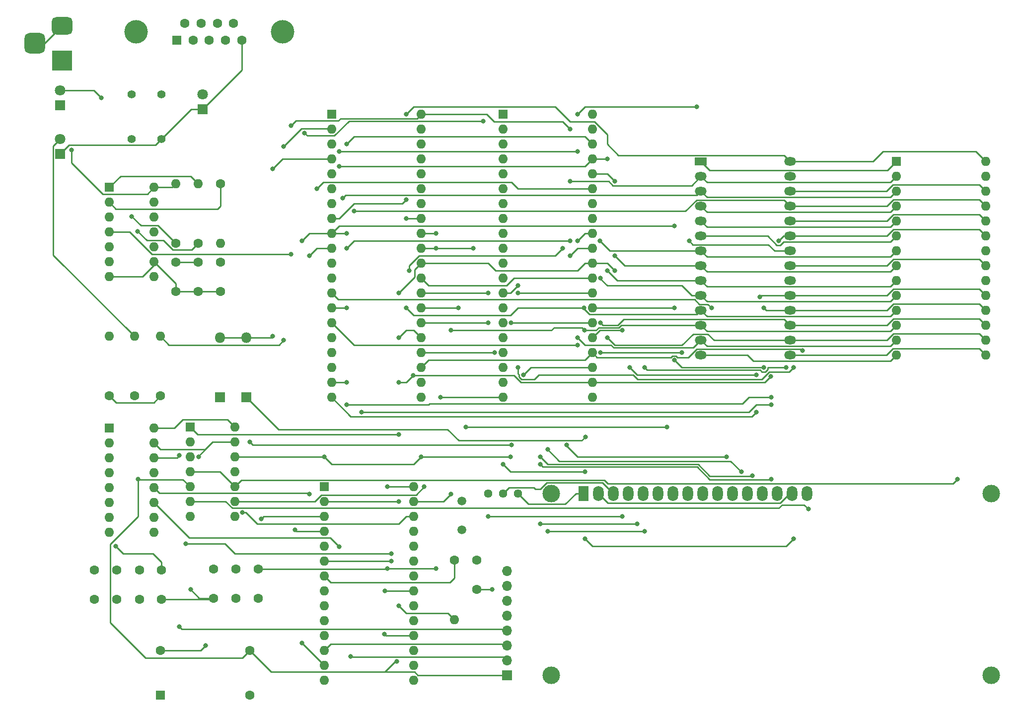
<source format=gbr>
G04 #@! TF.GenerationSoftware,KiCad,Pcbnew,(6.0.10-0)*
G04 #@! TF.CreationDate,2024-08-18T13:22:17-04:00*
G04 #@! TF.ProjectId,6502_wozmon,36353032-5f77-46f7-9a6d-6f6e2e6b6963,rev?*
G04 #@! TF.SameCoordinates,Original*
G04 #@! TF.FileFunction,Copper,L2,Bot*
G04 #@! TF.FilePolarity,Positive*
%FSLAX46Y46*%
G04 Gerber Fmt 4.6, Leading zero omitted, Abs format (unit mm)*
G04 Created by KiCad (PCBNEW (6.0.10-0)) date 2024-08-18 13:22:17*
%MOMM*%
%LPD*%
G01*
G04 APERTURE LIST*
G04 Aperture macros list*
%AMRoundRect*
0 Rectangle with rounded corners*
0 $1 Rounding radius*
0 $2 $3 $4 $5 $6 $7 $8 $9 X,Y pos of 4 corners*
0 Add a 4 corners polygon primitive as box body*
4,1,4,$2,$3,$4,$5,$6,$7,$8,$9,$2,$3,0*
0 Add four circle primitives for the rounded corners*
1,1,$1+$1,$2,$3*
1,1,$1+$1,$4,$5*
1,1,$1+$1,$6,$7*
1,1,$1+$1,$8,$9*
0 Add four rect primitives between the rounded corners*
20,1,$1+$1,$2,$3,$4,$5,0*
20,1,$1+$1,$4,$5,$6,$7,0*
20,1,$1+$1,$6,$7,$8,$9,0*
20,1,$1+$1,$8,$9,$2,$3,0*%
G04 Aperture macros list end*
G04 #@! TA.AperFunction,ComponentPad*
%ADD10C,1.600000*%
G04 #@! TD*
G04 #@! TA.AperFunction,ComponentPad*
%ADD11R,1.600000X1.600000*%
G04 #@! TD*
G04 #@! TA.AperFunction,ComponentPad*
%ADD12O,1.600000X1.600000*%
G04 #@! TD*
G04 #@! TA.AperFunction,ComponentPad*
%ADD13C,3.000000*%
G04 #@! TD*
G04 #@! TA.AperFunction,ComponentPad*
%ADD14R,1.800000X2.600000*%
G04 #@! TD*
G04 #@! TA.AperFunction,ComponentPad*
%ADD15O,1.800000X2.600000*%
G04 #@! TD*
G04 #@! TA.AperFunction,ComponentPad*
%ADD16C,4.000000*%
G04 #@! TD*
G04 #@! TA.AperFunction,ComponentPad*
%ADD17R,1.800000X1.800000*%
G04 #@! TD*
G04 #@! TA.AperFunction,ComponentPad*
%ADD18O,1.800000X1.800000*%
G04 #@! TD*
G04 #@! TA.AperFunction,ComponentPad*
%ADD19R,3.500000X3.500000*%
G04 #@! TD*
G04 #@! TA.AperFunction,ComponentPad*
%ADD20RoundRect,0.750000X-1.000000X0.750000X-1.000000X-0.750000X1.000000X-0.750000X1.000000X0.750000X0*%
G04 #@! TD*
G04 #@! TA.AperFunction,ComponentPad*
%ADD21RoundRect,0.875000X-0.875000X0.875000X-0.875000X-0.875000X0.875000X-0.875000X0.875000X0.875000X0*%
G04 #@! TD*
G04 #@! TA.AperFunction,ComponentPad*
%ADD22C,1.800000*%
G04 #@! TD*
G04 #@! TA.AperFunction,ComponentPad*
%ADD23C,1.500000*%
G04 #@! TD*
G04 #@! TA.AperFunction,ComponentPad*
%ADD24C,1.397000*%
G04 #@! TD*
G04 #@! TA.AperFunction,ComponentPad*
%ADD25R,1.700000X1.700000*%
G04 #@! TD*
G04 #@! TA.AperFunction,ComponentPad*
%ADD26O,1.700000X1.700000*%
G04 #@! TD*
G04 #@! TA.AperFunction,ComponentPad*
%ADD27R,2.000000X1.440000*%
G04 #@! TD*
G04 #@! TA.AperFunction,ComponentPad*
%ADD28O,2.000000X1.440000*%
G04 #@! TD*
G04 #@! TA.AperFunction,ComponentPad*
%ADD29C,1.440000*%
G04 #@! TD*
G04 #@! TA.AperFunction,ViaPad*
%ADD30C,0.800000*%
G04 #@! TD*
G04 #@! TA.AperFunction,Conductor*
%ADD31C,0.250000*%
G04 #@! TD*
G04 APERTURE END LIST*
D10*
G04 #@! TO.P,C9,1*
G04 #@! TO.N,Net-(C9-Pad1)*
X50257500Y-111585000D03*
G04 #@! TO.P,C9,2*
G04 #@! TO.N,GND*
X50257500Y-116585000D03*
G04 #@! TD*
D11*
G04 #@! TO.P,U3,1,A14*
G04 #@! TO.N,A14*
X175541666Y-41925000D03*
D12*
G04 #@! TO.P,U3,2,A12*
G04 #@! TO.N,A12*
X175541666Y-44465000D03*
G04 #@! TO.P,U3,3,A7*
G04 #@! TO.N,A7*
X175541666Y-47005000D03*
G04 #@! TO.P,U3,4,A6*
G04 #@! TO.N,A6*
X175541666Y-49545000D03*
G04 #@! TO.P,U3,5,A5*
G04 #@! TO.N,A5*
X175541666Y-52085000D03*
G04 #@! TO.P,U3,6,A4*
G04 #@! TO.N,A4*
X175541666Y-54625000D03*
G04 #@! TO.P,U3,7,A3*
G04 #@! TO.N,A3*
X175541666Y-57165000D03*
G04 #@! TO.P,U3,8,A2*
G04 #@! TO.N,A2*
X175541666Y-59705000D03*
G04 #@! TO.P,U3,9,A1*
G04 #@! TO.N,A1*
X175541666Y-62245000D03*
G04 #@! TO.P,U3,10,A0*
G04 #@! TO.N,A0*
X175541666Y-64785000D03*
G04 #@! TO.P,U3,11,D0*
G04 #@! TO.N,D0*
X175541666Y-67325000D03*
G04 #@! TO.P,U3,12,D1*
G04 #@! TO.N,D1*
X175541666Y-69865000D03*
G04 #@! TO.P,U3,13,D2*
G04 #@! TO.N,D2*
X175541666Y-72405000D03*
G04 #@! TO.P,U3,14,GND*
G04 #@! TO.N,GND*
X175541666Y-74945000D03*
G04 #@! TO.P,U3,15,D3*
G04 #@! TO.N,D3*
X190781666Y-74945000D03*
G04 #@! TO.P,U3,16,D4*
G04 #@! TO.N,D4*
X190781666Y-72405000D03*
G04 #@! TO.P,U3,17,D5*
G04 #@! TO.N,D5*
X190781666Y-69865000D03*
G04 #@! TO.P,U3,18,D6*
G04 #@! TO.N,D6*
X190781666Y-67325000D03*
G04 #@! TO.P,U3,19,D7*
G04 #@! TO.N,D7*
X190781666Y-64785000D03*
G04 #@! TO.P,U3,20,~{CS}*
G04 #@! TO.N,A15\u002A*
X190781666Y-62245000D03*
G04 #@! TO.P,U3,21,A10*
G04 #@! TO.N,A10*
X190781666Y-59705000D03*
G04 #@! TO.P,U3,22,~{OE}*
G04 #@! TO.N,GND*
X190781666Y-57165000D03*
G04 #@! TO.P,U3,23,A11*
G04 #@! TO.N,A11*
X190781666Y-54625000D03*
G04 #@! TO.P,U3,24,A9*
G04 #@! TO.N,A9*
X190781666Y-52085000D03*
G04 #@! TO.P,U3,25,A8*
G04 #@! TO.N,A8*
X190781666Y-49545000D03*
G04 #@! TO.P,U3,26,A13*
G04 #@! TO.N,A13*
X190781666Y-47005000D03*
G04 #@! TO.P,U3,27,~{WE}*
G04 #@! TO.N,VCC*
X190781666Y-44465000D03*
G04 #@! TO.P,U3,28,VCC*
X190781666Y-41925000D03*
G04 #@! TD*
D10*
G04 #@! TO.P,C6,1*
G04 #@! TO.N,Net-(C6-Pad1)*
X38827500Y-111585000D03*
G04 #@! TO.P,C6,2*
G04 #@! TO.N,Net-(C6-Pad2)*
X38827500Y-116585000D03*
G04 #@! TD*
D13*
G04 #@! TO.P,U8,*
G04 #@! TO.N,*
X191712500Y-98542500D03*
X191711980Y-129543200D03*
X116713400Y-129543200D03*
X116713400Y-98542500D03*
D14*
G04 #@! TO.P,U8,1,VSS*
G04 #@! TO.N,GND*
X122212500Y-98542500D03*
D15*
G04 #@! TO.P,U8,2,VDD*
G04 #@! TO.N,VCC*
X124752500Y-98542500D03*
G04 #@! TO.P,U8,3,VO*
G04 #@! TO.N,Net-(RV1-Pad2)*
X127292500Y-98542500D03*
G04 #@! TO.P,U8,4,RS*
G04 #@! TO.N,Net-(U7-Pad14)*
X129832500Y-98542500D03*
G04 #@! TO.P,U8,5,R/W*
G04 #@! TO.N,Net-(U7-Pad15)*
X132372500Y-98542500D03*
G04 #@! TO.P,U8,6,E*
G04 #@! TO.N,Net-(U7-Pad16)*
X134912500Y-98542500D03*
G04 #@! TO.P,U8,7,D0*
G04 #@! TO.N,unconnected-(U8-Pad7)*
X137452500Y-98542500D03*
G04 #@! TO.P,U8,8,D1*
G04 #@! TO.N,unconnected-(U8-Pad8)*
X139992500Y-98542500D03*
G04 #@! TO.P,U8,9,D2*
G04 #@! TO.N,unconnected-(U8-Pad9)*
X142532500Y-98542500D03*
G04 #@! TO.P,U8,10,D3*
G04 #@! TO.N,unconnected-(U8-Pad10)*
X145072500Y-98542500D03*
G04 #@! TO.P,U8,11,D4*
G04 #@! TO.N,Net-(U7-Pad10)*
X147612500Y-98542500D03*
G04 #@! TO.P,U8,12,D5*
G04 #@! TO.N,Net-(U7-Pad11)*
X150152500Y-98542500D03*
G04 #@! TO.P,U8,13,D6*
G04 #@! TO.N,Net-(U7-Pad12)*
X152692500Y-98542500D03*
G04 #@! TO.P,U8,14,D7*
G04 #@! TO.N,Net-(U7-Pad13)*
X155232500Y-98542500D03*
G04 #@! TO.P,U8,15,LED(+)*
G04 #@! TO.N,VCC*
X157772500Y-98542500D03*
G04 #@! TO.P,U8,16,LED(-)*
G04 #@! TO.N,GND*
X160312500Y-98542500D03*
G04 #@! TD*
D16*
G04 #@! TO.P,J2,0*
G04 #@! TO.N,N/C*
X70910000Y-19810331D03*
X45910000Y-19810331D03*
D11*
G04 #@! TO.P,J2,1,1*
G04 #@! TO.N,unconnected-(J2-Pad1)*
X52870000Y-21230331D03*
D10*
G04 #@! TO.P,J2,2,2*
G04 #@! TO.N,RXD*
X55640000Y-21230331D03*
G04 #@! TO.P,J2,3,3*
G04 #@! TO.N,TXD*
X58410000Y-21230331D03*
G04 #@! TO.P,J2,4,4*
G04 #@! TO.N,unconnected-(J2-Pad4)*
X61180000Y-21230331D03*
G04 #@! TO.P,J2,5,5*
G04 #@! TO.N,GND*
X63950000Y-21230331D03*
G04 #@! TO.P,J2,6,6*
G04 #@! TO.N,unconnected-(J2-Pad6)*
X54255000Y-18390331D03*
G04 #@! TO.P,J2,7,7*
G04 #@! TO.N,unconnected-(J2-Pad7)*
X57025000Y-18390331D03*
G04 #@! TO.P,J2,8,8*
G04 #@! TO.N,unconnected-(J2-Pad8)*
X59795000Y-18390331D03*
G04 #@! TO.P,J2,9,9*
G04 #@! TO.N,unconnected-(J2-Pad9)*
X62565000Y-18390331D03*
G04 #@! TD*
D17*
G04 #@! TO.P,D1,1,K*
G04 #@! TO.N,Net-(D1-Pad1)*
X60232500Y-82150000D03*
D18*
G04 #@! TO.P,D1,2,A*
G04 #@! TO.N,IRQ\u002A*
X60232500Y-71990000D03*
G04 #@! TD*
D10*
G04 #@! TO.P,C10,1*
G04 #@! TO.N,VCC*
X56515000Y-59095000D03*
G04 #@! TO.P,C10,2*
G04 #@! TO.N,GND*
X56515000Y-64095000D03*
G04 #@! TD*
G04 #@! TO.P,C8,1*
G04 #@! TO.N,GND*
X46487500Y-116625000D03*
G04 #@! TO.P,C8,2*
G04 #@! TO.N,Net-(C8-Pad2)*
X46487500Y-111625000D03*
G04 #@! TD*
D19*
G04 #@! TO.P,J1,1*
G04 #@! TO.N,VCC*
X33342500Y-24765000D03*
D20*
G04 #@! TO.P,J1,2*
G04 #@! TO.N,GND*
X33342500Y-18765000D03*
D21*
G04 #@! TO.P,J1,3*
X28642500Y-21765000D03*
G04 #@! TD*
D17*
G04 #@! TO.P,D3,1,K*
G04 #@! TO.N,GND*
X57257110Y-33025000D03*
D22*
G04 #@! TO.P,D3,2,A*
G04 #@! TO.N,Net-(D3-Pad2)*
X57257110Y-30485000D03*
G04 #@! TD*
D11*
G04 #@! TO.P,U4,1,VSS*
G04 #@! TO.N,GND*
X78007500Y-97375000D03*
D12*
G04 #@! TO.P,U4,2,CS1*
G04 #@! TO.N,A12*
X78007500Y-99915000D03*
G04 #@! TO.P,U4,3,~{CS2}*
G04 #@! TO.N,Net-(U1-Pad8)*
X78007500Y-102455000D03*
G04 #@! TO.P,U4,4,~{RES}*
G04 #@! TO.N,RESET\u002A*
X78007500Y-104995000D03*
G04 #@! TO.P,U4,5,RxC*
G04 #@! TO.N,unconnected-(U4-Pad5)*
X78007500Y-107535000D03*
G04 #@! TO.P,U4,6,XTAL1*
G04 #@! TO.N,Net-(C5-Pad1)*
X78007500Y-110075000D03*
G04 #@! TO.P,U4,7,XTAL2*
G04 #@! TO.N,XTAL*
X78007500Y-112615000D03*
G04 #@! TO.P,U4,8,~{RTS}*
G04 #@! TO.N,unconnected-(U4-Pad8)*
X78007500Y-115155000D03*
G04 #@! TO.P,U4,9,~{CTS}*
G04 #@! TO.N,unconnected-(U4-Pad9)*
X78007500Y-117695000D03*
G04 #@! TO.P,U4,10,TxD*
G04 #@! TO.N,Net-(U4-Pad10)*
X78007500Y-120235000D03*
G04 #@! TO.P,U4,11,~{DTR}*
G04 #@! TO.N,unconnected-(U4-Pad11)*
X78007500Y-122775000D03*
G04 #@! TO.P,U4,12,RxD*
G04 #@! TO.N,MAX232_12*
X78007500Y-125315000D03*
G04 #@! TO.P,U4,13,RS0*
G04 #@! TO.N,A0*
X78007500Y-127855000D03*
G04 #@! TO.P,U4,14,RS1*
G04 #@! TO.N,A1*
X78007500Y-130395000D03*
G04 #@! TO.P,U4,15,VCC*
G04 #@! TO.N,VCC*
X93247500Y-130395000D03*
G04 #@! TO.P,U4,16,~{DCD}*
G04 #@! TO.N,unconnected-(U4-Pad16)*
X93247500Y-127855000D03*
G04 #@! TO.P,U4,17,~{DSR}*
G04 #@! TO.N,unconnected-(U4-Pad17)*
X93247500Y-125315000D03*
G04 #@! TO.P,U4,18,D0*
G04 #@! TO.N,D0*
X93247500Y-122775000D03*
G04 #@! TO.P,U4,19,D1*
G04 #@! TO.N,D1*
X93247500Y-120235000D03*
G04 #@! TO.P,U4,20,D2*
G04 #@! TO.N,D2*
X93247500Y-117695000D03*
G04 #@! TO.P,U4,21,D3*
G04 #@! TO.N,D3*
X93247500Y-115155000D03*
G04 #@! TO.P,U4,22,D4*
G04 #@! TO.N,D4*
X93247500Y-112615000D03*
G04 #@! TO.P,U4,23,D5*
G04 #@! TO.N,D5*
X93247500Y-110075000D03*
G04 #@! TO.P,U4,24,D6*
G04 #@! TO.N,D6*
X93247500Y-107535000D03*
G04 #@! TO.P,U4,25,D7*
G04 #@! TO.N,D7*
X93247500Y-104995000D03*
G04 #@! TO.P,U4,26,~{IRQ}*
G04 #@! TO.N,Net-(D1-Pad1)*
X93247500Y-102455000D03*
G04 #@! TO.P,U4,27,\u03D52*
G04 #@! TO.N,CLK*
X93247500Y-99915000D03*
G04 #@! TO.P,U4,28,R/~{W}*
G04 #@! TO.N,RW\u002A*
X93247500Y-97375000D03*
G04 #@! TD*
D10*
G04 #@! TO.P,R3,1*
G04 #@! TO.N,VCC*
X50072500Y-81910000D03*
D12*
G04 #@! TO.P,R3,2*
G04 #@! TO.N,Net-(R3-Pad2)*
X50072500Y-71750000D03*
G04 #@! TD*
D11*
G04 #@! TO.P,U2,1,~{VP}*
G04 #@! TO.N,unconnected-(U2-Pad1)*
X79282500Y-33895000D03*
D12*
G04 #@! TO.P,U2,2,RDY*
G04 #@! TO.N,Net-(R3-Pad2)*
X79282500Y-36435000D03*
G04 #@! TO.P,U2,3,\u03D51*
G04 #@! TO.N,unconnected-(U2-Pad3)*
X79282500Y-38975000D03*
G04 #@! TO.P,U2,4,~{IRQ}*
G04 #@! TO.N,IRQ\u002A*
X79282500Y-41515000D03*
G04 #@! TO.P,U2,5,~{ML}*
G04 #@! TO.N,unconnected-(U2-Pad5)*
X79282500Y-44055000D03*
G04 #@! TO.P,U2,6,~{NMI}*
G04 #@! TO.N,VCC*
X79282500Y-46595000D03*
G04 #@! TO.P,U2,7,SYNC*
G04 #@! TO.N,unconnected-(U2-Pad7)*
X79282500Y-49135000D03*
G04 #@! TO.P,U2,8,VDD*
G04 #@! TO.N,VCC*
X79282500Y-51675000D03*
G04 #@! TO.P,U2,9,A0*
G04 #@! TO.N,A0*
X79282500Y-54215000D03*
G04 #@! TO.P,U2,10,A1*
G04 #@! TO.N,A1*
X79282500Y-56755000D03*
G04 #@! TO.P,U2,11,A2*
G04 #@! TO.N,A2*
X79282500Y-59295000D03*
G04 #@! TO.P,U2,12,A3*
G04 #@! TO.N,A3*
X79282500Y-61835000D03*
G04 #@! TO.P,U2,13,A4*
G04 #@! TO.N,A4*
X79282500Y-64375000D03*
G04 #@! TO.P,U2,14,A5*
G04 #@! TO.N,A5*
X79282500Y-66915000D03*
G04 #@! TO.P,U2,15,A6*
G04 #@! TO.N,A6*
X79282500Y-69455000D03*
G04 #@! TO.P,U2,16,A7*
G04 #@! TO.N,A7*
X79282500Y-71995000D03*
G04 #@! TO.P,U2,17,A8*
G04 #@! TO.N,A8*
X79282500Y-74535000D03*
G04 #@! TO.P,U2,18,A9*
G04 #@! TO.N,A9*
X79282500Y-77075000D03*
G04 #@! TO.P,U2,19,A10*
G04 #@! TO.N,A10*
X79282500Y-79615000D03*
G04 #@! TO.P,U2,20,A11*
G04 #@! TO.N,A11*
X79282500Y-82155000D03*
G04 #@! TO.P,U2,21,VSS*
G04 #@! TO.N,GND*
X94522500Y-82155000D03*
G04 #@! TO.P,U2,22,A12*
G04 #@! TO.N,A12*
X94522500Y-79615000D03*
G04 #@! TO.P,U2,23,A13*
G04 #@! TO.N,A13*
X94522500Y-77075000D03*
G04 #@! TO.P,U2,24,A14*
G04 #@! TO.N,A14*
X94522500Y-74535000D03*
G04 #@! TO.P,U2,25,A15*
G04 #@! TO.N,A15*
X94522500Y-71995000D03*
G04 #@! TO.P,U2,26,D7*
G04 #@! TO.N,D7*
X94522500Y-69455000D03*
G04 #@! TO.P,U2,27,D6*
G04 #@! TO.N,D6*
X94522500Y-66915000D03*
G04 #@! TO.P,U2,28,D5*
G04 #@! TO.N,D5*
X94522500Y-64375000D03*
G04 #@! TO.P,U2,29,D4*
G04 #@! TO.N,D4*
X94522500Y-61835000D03*
G04 #@! TO.P,U2,30,D3*
G04 #@! TO.N,D3*
X94522500Y-59295000D03*
G04 #@! TO.P,U2,31,D2*
G04 #@! TO.N,D2*
X94522500Y-56755000D03*
G04 #@! TO.P,U2,32,D1*
G04 #@! TO.N,D1*
X94522500Y-54215000D03*
G04 #@! TO.P,U2,33,D0*
G04 #@! TO.N,D0*
X94522500Y-51675000D03*
G04 #@! TO.P,U2,34,R/~{W}*
G04 #@! TO.N,RW\u002A*
X94522500Y-49135000D03*
G04 #@! TO.P,U2,35,nc*
G04 #@! TO.N,unconnected-(U2-Pad35)*
X94522500Y-46595000D03*
G04 #@! TO.P,U2,36,BE*
G04 #@! TO.N,VCC*
X94522500Y-44055000D03*
G04 #@! TO.P,U2,37,\u03D50*
G04 #@! TO.N,CLK*
X94522500Y-41515000D03*
G04 #@! TO.P,U2,38,~{SO}*
G04 #@! TO.N,unconnected-(U2-Pad38)*
X94522500Y-38975000D03*
G04 #@! TO.P,U2,39,\u03D52*
G04 #@! TO.N,unconnected-(U2-Pad39)*
X94522500Y-36435000D03*
G04 #@! TO.P,U2,40,~{RES}*
G04 #@! TO.N,RESET\u002A*
X94522500Y-33895000D03*
G04 #@! TD*
D11*
G04 #@! TO.P,U7,1,VSS*
G04 #@! TO.N,GND*
X108492500Y-33890000D03*
D12*
G04 #@! TO.P,U7,2,PA0*
G04 #@! TO.N,unconnected-(U7-Pad2)*
X108492500Y-36430000D03*
G04 #@! TO.P,U7,3,PA1*
G04 #@! TO.N,unconnected-(U7-Pad3)*
X108492500Y-38970000D03*
G04 #@! TO.P,U7,4,PA2*
G04 #@! TO.N,unconnected-(U7-Pad4)*
X108492500Y-41510000D03*
G04 #@! TO.P,U7,5,PA3*
G04 #@! TO.N,unconnected-(U7-Pad5)*
X108492500Y-44050000D03*
G04 #@! TO.P,U7,6,PA4*
G04 #@! TO.N,unconnected-(U7-Pad6)*
X108492500Y-46590000D03*
G04 #@! TO.P,U7,7,PA5*
G04 #@! TO.N,unconnected-(U7-Pad7)*
X108492500Y-49130000D03*
G04 #@! TO.P,U7,8,PA6*
G04 #@! TO.N,unconnected-(U7-Pad8)*
X108492500Y-51670000D03*
G04 #@! TO.P,U7,9,PA7*
G04 #@! TO.N,unconnected-(U7-Pad9)*
X108492500Y-54210000D03*
G04 #@! TO.P,U7,10,PB0*
G04 #@! TO.N,Net-(U7-Pad10)*
X108492500Y-56750000D03*
G04 #@! TO.P,U7,11,PB1*
G04 #@! TO.N,Net-(U7-Pad11)*
X108492500Y-59290000D03*
G04 #@! TO.P,U7,12,PB2*
G04 #@! TO.N,Net-(U7-Pad12)*
X108492500Y-61830000D03*
G04 #@! TO.P,U7,13,PB3*
G04 #@! TO.N,Net-(U7-Pad13)*
X108492500Y-64370000D03*
G04 #@! TO.P,U7,14,PB4*
G04 #@! TO.N,Net-(U7-Pad14)*
X108492500Y-66910000D03*
G04 #@! TO.P,U7,15,PB5*
G04 #@! TO.N,Net-(U7-Pad15)*
X108492500Y-69450000D03*
G04 #@! TO.P,U7,16,PB6*
G04 #@! TO.N,Net-(U7-Pad16)*
X108492500Y-71990000D03*
G04 #@! TO.P,U7,17,PB7*
G04 #@! TO.N,unconnected-(U7-Pad17)*
X108492500Y-74530000D03*
G04 #@! TO.P,U7,18,CB1*
G04 #@! TO.N,unconnected-(U7-Pad18)*
X108492500Y-77070000D03*
G04 #@! TO.P,U7,19,CB2*
G04 #@! TO.N,unconnected-(U7-Pad19)*
X108492500Y-79610000D03*
G04 #@! TO.P,U7,20,VCC*
G04 #@! TO.N,VCC*
X108492500Y-82150000D03*
G04 #@! TO.P,U7,21,~{IRQ}*
G04 #@! TO.N,Net-(D2-Pad1)*
X123732500Y-82150000D03*
G04 #@! TO.P,U7,22,R/~{W}*
G04 #@! TO.N,RW\u002A*
X123732500Y-79610000D03*
G04 #@! TO.P,U7,23,~{CS2}*
G04 #@! TO.N,Net-(U1-Pad8)*
X123732500Y-77070000D03*
G04 #@! TO.P,U7,24,CS1*
G04 #@! TO.N,A13*
X123732500Y-74530000D03*
G04 #@! TO.P,U7,25,\u03D52*
G04 #@! TO.N,CLK*
X123732500Y-71990000D03*
G04 #@! TO.P,U7,26,D7*
G04 #@! TO.N,D7*
X123732500Y-69450000D03*
G04 #@! TO.P,U7,27,D6*
G04 #@! TO.N,D6*
X123732500Y-66910000D03*
G04 #@! TO.P,U7,28,D5*
G04 #@! TO.N,D5*
X123732500Y-64370000D03*
G04 #@! TO.P,U7,29,D4*
G04 #@! TO.N,D4*
X123732500Y-61830000D03*
G04 #@! TO.P,U7,30,D3*
G04 #@! TO.N,D3*
X123732500Y-59290000D03*
G04 #@! TO.P,U7,31,D2*
G04 #@! TO.N,D2*
X123732500Y-56750000D03*
G04 #@! TO.P,U7,32,D1*
G04 #@! TO.N,D1*
X123732500Y-54210000D03*
G04 #@! TO.P,U7,33,D0*
G04 #@! TO.N,D0*
X123732500Y-51670000D03*
G04 #@! TO.P,U7,34,~{RES}*
G04 #@! TO.N,RESET\u002A*
X123732500Y-49130000D03*
G04 #@! TO.P,U7,35,RS3*
G04 #@! TO.N,A3*
X123732500Y-46590000D03*
G04 #@! TO.P,U7,36,RS2*
G04 #@! TO.N,A2*
X123732500Y-44050000D03*
G04 #@! TO.P,U7,37,RS1*
G04 #@! TO.N,A1*
X123732500Y-41510000D03*
G04 #@! TO.P,U7,38,RS0*
G04 #@! TO.N,A0*
X123732500Y-38970000D03*
G04 #@! TO.P,U7,39,CA2*
G04 #@! TO.N,unconnected-(U7-Pad39)*
X123732500Y-36430000D03*
G04 #@! TO.P,U7,40,CA1*
G04 #@! TO.N,unconnected-(U7-Pad40)*
X123732500Y-33890000D03*
G04 #@! TD*
D23*
G04 #@! TO.P,Y1,1,1*
G04 #@! TO.N,Net-(C5-Pad1)*
X101502500Y-99845000D03*
G04 #@! TO.P,Y1,2,2*
G04 #@! TO.N,XTAL*
X101502500Y-104745000D03*
G04 #@! TD*
D11*
G04 #@! TO.P,U1,1*
G04 #@! TO.N,A15*
X55162500Y-87225000D03*
D12*
G04 #@! TO.P,U1,2*
X55162500Y-89765000D03*
G04 #@! TO.P,U1,3*
G04 #@! TO.N,A15\u002A*
X55162500Y-92305000D03*
G04 #@! TO.P,U1,4*
X55162500Y-94845000D03*
G04 #@! TO.P,U1,5*
G04 #@! TO.N,CLK*
X55162500Y-97385000D03*
G04 #@! TO.P,U1,6*
G04 #@! TO.N,Net-(U1-Pad6)*
X55162500Y-99925000D03*
G04 #@! TO.P,U1,7,GND*
G04 #@! TO.N,GND*
X55162500Y-102465000D03*
G04 #@! TO.P,U1,8*
G04 #@! TO.N,Net-(U1-Pad8)*
X62782500Y-102465000D03*
G04 #@! TO.P,U1,9*
G04 #@! TO.N,A14*
X62782500Y-99925000D03*
G04 #@! TO.P,U1,10*
G04 #@! TO.N,A15\u002A*
X62782500Y-97385000D03*
G04 #@! TO.P,U1,11*
G04 #@! TO.N,unconnected-(U1-Pad11)*
X62782500Y-94845000D03*
G04 #@! TO.P,U1,12*
G04 #@! TO.N,GND*
X62782500Y-92305000D03*
G04 #@! TO.P,U1,13*
X62782500Y-89765000D03*
G04 #@! TO.P,U1,14,VCC*
G04 #@! TO.N,VCC*
X62782500Y-87225000D03*
G04 #@! TD*
D10*
G04 #@! TO.P,R4,1*
G04 #@! TO.N,XTAL*
X100232500Y-109915000D03*
D12*
G04 #@! TO.P,R4,2*
G04 #@! TO.N,Net-(C5-Pad1)*
X100232500Y-120075000D03*
G04 #@! TD*
D10*
G04 #@! TO.P,C1,1*
G04 #@! TO.N,VCC*
X52705000Y-59095000D03*
G04 #@! TO.P,C1,2*
G04 #@! TO.N,GND*
X52705000Y-64095000D03*
G04 #@! TD*
G04 #@! TO.P,C5,1*
G04 #@! TO.N,Net-(C5-Pad1)*
X104042500Y-109915000D03*
G04 #@! TO.P,C5,2*
G04 #@! TO.N,GND*
X104042500Y-114915000D03*
G04 #@! TD*
D24*
G04 #@! TO.P,SW2,1,1*
G04 #@! TO.N,Net-(R1-Pad1)*
X45212000Y-38100000D03*
G04 #@! TO.P,SW2,2,2*
G04 #@! TO.N,Net-(R6-Pad1)*
X45212000Y-30480000D03*
G04 #@! TO.P,SW2,3,3*
G04 #@! TO.N,GND*
X50292000Y-38100000D03*
G04 #@! TO.P,SW2,4,4*
G04 #@! TO.N,unconnected-(SW2-Pad4)*
X50292000Y-30480000D03*
G04 #@! TD*
D10*
G04 #@! TO.P,R2,1*
G04 #@! TO.N,VCC*
X41382500Y-81910000D03*
D12*
G04 #@! TO.P,R2,2*
G04 #@! TO.N,Net-(LED_1-Pad2)*
X41382500Y-71750000D03*
G04 #@! TD*
D17*
G04 #@! TO.P,LED_1,1,K*
G04 #@! TO.N,GND*
X33020000Y-32365048D03*
D22*
G04 #@! TO.P,LED_1,2,A*
G04 #@! TO.N,Net-(LED_1-Pad2)*
X33020000Y-29825048D03*
G04 #@! TD*
D10*
G04 #@! TO.P,C2,1*
G04 #@! TO.N,VCC*
X59167500Y-111400000D03*
G04 #@! TO.P,C2,2*
G04 #@! TO.N,GND*
X59167500Y-116400000D03*
G04 #@! TD*
D11*
G04 #@! TO.P,U6,1,C1+*
G04 #@! TO.N,Net-(C6-Pad1)*
X41377500Y-87405000D03*
D12*
G04 #@! TO.P,U6,2,VS+*
G04 #@! TO.N,Net-(C8-Pad2)*
X41377500Y-89945000D03*
G04 #@! TO.P,U6,3,C1-*
G04 #@! TO.N,Net-(C6-Pad2)*
X41377500Y-92485000D03*
G04 #@! TO.P,U6,4,C2+*
G04 #@! TO.N,Net-(C7-Pad1)*
X41377500Y-95025000D03*
G04 #@! TO.P,U6,5,C2-*
G04 #@! TO.N,Net-(C7-Pad2)*
X41377500Y-97565000D03*
G04 #@! TO.P,U6,6,VS-*
G04 #@! TO.N,Net-(C9-Pad1)*
X41377500Y-100105000D03*
G04 #@! TO.P,U6,7,T2OUT*
G04 #@! TO.N,unconnected-(U6-Pad7)*
X41377500Y-102645000D03*
G04 #@! TO.P,U6,8,R2IN*
G04 #@! TO.N,unconnected-(U6-Pad8)*
X41377500Y-105185000D03*
G04 #@! TO.P,U6,9,R2OUT*
G04 #@! TO.N,unconnected-(U6-Pad9)*
X48997500Y-105185000D03*
G04 #@! TO.P,U6,10,T2IN*
G04 #@! TO.N,unconnected-(U6-Pad10)*
X48997500Y-102645000D03*
G04 #@! TO.P,U6,11,T1IN*
G04 #@! TO.N,Net-(U4-Pad10)*
X48997500Y-100105000D03*
G04 #@! TO.P,U6,12,R1OUT*
G04 #@! TO.N,MAX232_12*
X48997500Y-97565000D03*
G04 #@! TO.P,U6,13,R1IN*
G04 #@! TO.N,TXD*
X48997500Y-95025000D03*
G04 #@! TO.P,U6,14,T1OUT*
G04 #@! TO.N,RXD*
X48997500Y-92485000D03*
G04 #@! TO.P,U6,15,GND*
G04 #@! TO.N,GND*
X48997500Y-89945000D03*
G04 #@! TO.P,U6,16,VCC*
G04 #@! TO.N,VCC*
X48997500Y-87405000D03*
G04 #@! TD*
D10*
G04 #@! TO.P,R6,1*
G04 #@! TO.N,Net-(R6-Pad1)*
X56515000Y-55880000D03*
D12*
G04 #@! TO.P,R6,2*
G04 #@! TO.N,Net-(C11-Pad1)*
X56515000Y-45720000D03*
G04 #@! TD*
D10*
G04 #@! TO.P,R5,1*
G04 #@! TO.N,CLK*
X45660833Y-81910000D03*
D12*
G04 #@! TO.P,R5,2*
G04 #@! TO.N,Net-(LED_2-Pad2)*
X45660833Y-71750000D03*
G04 #@! TD*
D10*
G04 #@! TO.P,C7,1*
G04 #@! TO.N,Net-(C7-Pad1)*
X42637500Y-111585000D03*
G04 #@! TO.P,C7,2*
G04 #@! TO.N,Net-(C7-Pad2)*
X42637500Y-116585000D03*
G04 #@! TD*
G04 #@! TO.P,C4,1*
G04 #@! TO.N,VCC*
X66787500Y-111400000D03*
G04 #@! TO.P,C4,2*
G04 #@! TO.N,GND*
X66787500Y-116400000D03*
G04 #@! TD*
D17*
G04 #@! TO.P,LED_2,1,K*
G04 #@! TO.N,GND*
X33020000Y-40630024D03*
D22*
G04 #@! TO.P,LED_2,2,A*
G04 #@! TO.N,Net-(LED_2-Pad2)*
X33020000Y-38090024D03*
G04 #@! TD*
D25*
G04 #@! TO.P,J4,1,Pin_1*
G04 #@! TO.N,CLK*
X109220000Y-129525000D03*
D26*
G04 #@! TO.P,J4,2,Pin_2*
G04 #@! TO.N,RESET\u002A*
X109220000Y-126985000D03*
G04 #@! TO.P,J4,3,Pin_3*
G04 #@! TO.N,MAX232_12*
X109220000Y-124445000D03*
G04 #@! TO.P,J4,4,Pin_4*
G04 #@! TO.N,TXD*
X109220000Y-121905000D03*
G04 #@! TO.P,J4,5,Pin_5*
G04 #@! TO.N,GND*
X109220000Y-119365000D03*
G04 #@! TO.P,J4,6,Pin_6*
X109220000Y-116825000D03*
G04 #@! TO.P,J4,7,Pin_7*
X109220000Y-114285000D03*
G04 #@! TO.P,J4,8,Pin_8*
X109220000Y-111745000D03*
G04 #@! TD*
D11*
G04 #@! TO.P,X1,1,Vcontrol*
G04 #@! TO.N,unconnected-(X1-Pad1)*
X50072500Y-132950000D03*
D10*
G04 #@! TO.P,X1,7,GND*
G04 #@! TO.N,GND*
X65312500Y-132950000D03*
G04 #@! TO.P,X1,8,OUT*
G04 #@! TO.N,CLK*
X65312500Y-125330000D03*
G04 #@! TO.P,X1,14,Vcc*
G04 #@! TO.N,VCC*
X50072500Y-125330000D03*
G04 #@! TD*
G04 #@! TO.P,R7,1*
G04 #@! TO.N,Net-(R7-Pad1)*
X60325000Y-45720000D03*
D12*
G04 #@! TO.P,R7,2*
G04 #@! TO.N,Net-(D3-Pad2)*
X60325000Y-55880000D03*
G04 #@! TD*
D10*
G04 #@! TO.P,C3,1*
G04 #@! TO.N,VCC*
X62977500Y-111400000D03*
G04 #@! TO.P,C3,2*
G04 #@! TO.N,GND*
X62977500Y-116400000D03*
G04 #@! TD*
G04 #@! TO.P,R1,1*
G04 #@! TO.N,Net-(R1-Pad1)*
X52705000Y-55880000D03*
D12*
G04 #@! TO.P,R1,2*
G04 #@! TO.N,VCC*
X52705000Y-45720000D03*
G04 #@! TD*
D10*
G04 #@! TO.P,C11,1*
G04 #@! TO.N,Net-(C11-Pad1)*
X60325000Y-59095000D03*
G04 #@! TO.P,C11,2*
G04 #@! TO.N,GND*
X60325000Y-64095000D03*
G04 #@! TD*
D11*
G04 #@! TO.P,U9,1*
G04 #@! TO.N,Net-(C11-Pad1)*
X41377500Y-46350000D03*
D12*
G04 #@! TO.P,U9,2*
G04 #@! TO.N,Net-(R7-Pad1)*
X41377500Y-48890000D03*
G04 #@! TO.P,U9,3*
X41377500Y-51430000D03*
G04 #@! TO.P,U9,4*
G04 #@! TO.N,RESET\u002A*
X41377500Y-53970000D03*
G04 #@! TO.P,U9,5*
G04 #@! TO.N,GND*
X41377500Y-56510000D03*
G04 #@! TO.P,U9,6*
G04 #@! TO.N,unconnected-(U9-Pad6)*
X41377500Y-59050000D03*
G04 #@! TO.P,U9,7,GND*
G04 #@! TO.N,GND*
X41377500Y-61590000D03*
G04 #@! TO.P,U9,8*
G04 #@! TO.N,unconnected-(U9-Pad8)*
X48997500Y-61590000D03*
G04 #@! TO.P,U9,9*
G04 #@! TO.N,GND*
X48997500Y-59050000D03*
G04 #@! TO.P,U9,10*
G04 #@! TO.N,unconnected-(U9-Pad10)*
X48997500Y-56510000D03*
G04 #@! TO.P,U9,11*
G04 #@! TO.N,GND*
X48997500Y-53970000D03*
G04 #@! TO.P,U9,12*
G04 #@! TO.N,unconnected-(U9-Pad12)*
X48997500Y-51430000D03*
G04 #@! TO.P,U9,13*
G04 #@! TO.N,GND*
X48997500Y-48890000D03*
G04 #@! TO.P,U9,14,VCC*
G04 #@! TO.N,VCC*
X48997500Y-46350000D03*
G04 #@! TD*
D17*
G04 #@! TO.P,D2,1,K*
G04 #@! TO.N,Net-(D2-Pad1)*
X64710834Y-82150000D03*
D18*
G04 #@! TO.P,D2,2,A*
G04 #@! TO.N,IRQ\u002A*
X64710834Y-71990000D03*
G04 #@! TD*
D27*
G04 #@! TO.P,U5,1,A14*
G04 #@! TO.N,A14*
X142240000Y-41910000D03*
D28*
G04 #@! TO.P,U5,2,A12*
G04 #@! TO.N,A12*
X142240000Y-44450000D03*
G04 #@! TO.P,U5,3,A7*
G04 #@! TO.N,A7*
X142240000Y-46990000D03*
G04 #@! TO.P,U5,4,A6*
G04 #@! TO.N,A6*
X142240000Y-49530000D03*
G04 #@! TO.P,U5,5,A5*
G04 #@! TO.N,A5*
X142240000Y-52070000D03*
G04 #@! TO.P,U5,6,A4*
G04 #@! TO.N,A4*
X142240000Y-54610000D03*
G04 #@! TO.P,U5,7,A3*
G04 #@! TO.N,A3*
X142240000Y-57150000D03*
G04 #@! TO.P,U5,8,A2*
G04 #@! TO.N,A2*
X142240000Y-59690000D03*
G04 #@! TO.P,U5,9,A1*
G04 #@! TO.N,A1*
X142240000Y-62230000D03*
G04 #@! TO.P,U5,10,A0*
G04 #@! TO.N,A0*
X142240000Y-64770000D03*
G04 #@! TO.P,U5,11,Q0*
G04 #@! TO.N,D0*
X142240000Y-67310000D03*
G04 #@! TO.P,U5,12,Q1*
G04 #@! TO.N,D1*
X142240000Y-69850000D03*
G04 #@! TO.P,U5,13,Q2*
G04 #@! TO.N,D2*
X142240000Y-72390000D03*
G04 #@! TO.P,U5,14,GND*
G04 #@! TO.N,GND*
X142240000Y-74930000D03*
G04 #@! TO.P,U5,15,Q3*
G04 #@! TO.N,D3*
X157480000Y-74930000D03*
G04 #@! TO.P,U5,16,Q4*
G04 #@! TO.N,D4*
X157480000Y-72390000D03*
G04 #@! TO.P,U5,17,Q5*
G04 #@! TO.N,D5*
X157480000Y-69850000D03*
G04 #@! TO.P,U5,18,Q6*
G04 #@! TO.N,D6*
X157480000Y-67310000D03*
G04 #@! TO.P,U5,19,Q7*
G04 #@! TO.N,D7*
X157480000Y-64770000D03*
G04 #@! TO.P,U5,20,~{CS}*
G04 #@! TO.N,Net-(U1-Pad6)*
X157480000Y-62230000D03*
G04 #@! TO.P,U5,21,A10*
G04 #@! TO.N,A10*
X157480000Y-59690000D03*
G04 #@! TO.P,U5,22,~{OE}*
G04 #@! TO.N,A14*
X157480000Y-57150000D03*
G04 #@! TO.P,U5,23,A11*
G04 #@! TO.N,A11*
X157480000Y-54610000D03*
G04 #@! TO.P,U5,24,A9*
G04 #@! TO.N,A9*
X157480000Y-52070000D03*
G04 #@! TO.P,U5,25,A8*
G04 #@! TO.N,A8*
X157480000Y-49530000D03*
G04 #@! TO.P,U5,26,A13*
G04 #@! TO.N,A13*
X157480000Y-46990000D03*
G04 #@! TO.P,U5,27,~{WE}*
G04 #@! TO.N,RW\u002A*
X157480000Y-44450000D03*
G04 #@! TO.P,U5,28,VCC*
G04 #@! TO.N,VCC*
X157480000Y-41910000D03*
G04 #@! TD*
D29*
G04 #@! TO.P,RV1,1,1*
G04 #@! TO.N,GND*
X111017500Y-98585000D03*
G04 #@! TO.P,RV1,2,2*
G04 #@! TO.N,Net-(RV1-Pad2)*
X108477500Y-98585000D03*
G04 #@! TO.P,RV1,3,3*
G04 #@! TO.N,unconnected-(RV1-Pad3)*
X105937500Y-98585000D03*
G04 #@! TD*
D30*
G04 #@! TO.N,GND*
X74676000Y-37084000D03*
X105156000Y-35052000D03*
X158022500Y-106280000D03*
X106680000Y-114935000D03*
X78012500Y-92310000D03*
X55245000Y-114935000D03*
X109762500Y-92310000D03*
X56561992Y-92310554D03*
X122462500Y-106280000D03*
X94522500Y-92310000D03*
G04 #@! TO.N,VCC*
X122462500Y-94850000D03*
X97865503Y-82150000D03*
X88804001Y-111360000D03*
X57785000Y-124460000D03*
X34925000Y-40005000D03*
X91982500Y-48444500D03*
X97062500Y-111360000D03*
X108492500Y-93580000D03*
X91982500Y-33877999D03*
G04 #@! TO.N,Net-(C5-Pad1)*
X89442500Y-110090000D03*
X90712500Y-117710000D03*
G04 #@! TO.N,Net-(C9-Pad1)*
X42452500Y-107550000D03*
G04 #@! TO.N,IRQ\u002A*
X69215000Y-43180000D03*
X69215000Y-71755000D03*
G04 #@! TO.N,Net-(D1-Pad1)*
X64082794Y-101774500D03*
G04 #@! TO.N,TXD*
X53340000Y-121285000D03*
G04 #@! TO.N,RXD*
X53340000Y-92075000D03*
G04 #@! TO.N,Net-(LED_1-Pad2)*
X40005000Y-31115000D03*
G04 #@! TO.N,Net-(R3-Pad2)*
X71120000Y-72390000D03*
X71120000Y-39370000D03*
G04 #@! TO.N,CLK*
X90357840Y-127164500D03*
X99602500Y-98660000D03*
X128812500Y-70720000D03*
X54438000Y-107109520D03*
X89442500Y-108820000D03*
X46262500Y-96120000D03*
G04 #@! TO.N,Net-(D2-Pad1)*
X122555000Y-88900000D03*
G04 #@! TO.N,RESET\u002A*
X119922500Y-36430000D03*
X82550000Y-126365000D03*
X73025000Y-104775000D03*
X72390001Y-35822599D03*
X72390000Y-57785000D03*
G04 #@! TO.N,A15*
X90712500Y-88500000D03*
X90712500Y-71990000D03*
G04 #@! TO.N,A15\u002A*
X185962500Y-96120000D03*
G04 #@! TO.N,Net-(U1-Pad6)*
X160562500Y-101200000D03*
G04 #@! TO.N,Net-(U1-Pad8)*
X65312500Y-89770000D03*
X67310000Y-102870000D03*
X109929590Y-90259500D03*
X111948998Y-78340000D03*
G04 #@! TO.N,A14*
X95068000Y-97390000D03*
X111032500Y-77070000D03*
X107092997Y-74530000D03*
X158022500Y-77070000D03*
X140242500Y-55480000D03*
G04 #@! TO.N,A0*
X125132003Y-61830000D03*
X81822500Y-38970000D03*
X81822500Y-54210000D03*
X137702500Y-52940000D03*
X74239500Y-55480000D03*
X74202500Y-124060000D03*
G04 #@! TO.N,A1*
X126272500Y-41510000D03*
X126272500Y-60560000D03*
X75472500Y-58020000D03*
X80552500Y-42780000D03*
G04 #@! TO.N,A2*
X121192500Y-40240000D03*
X127542500Y-58020000D03*
X127542500Y-45320000D03*
X80552500Y-40240000D03*
G04 #@! TO.N,A3*
X76742500Y-46590000D03*
X125002500Y-55480000D03*
G04 #@! TO.N,A4*
X144052500Y-66910000D03*
G04 #@! TO.N,A5*
X141512500Y-32620000D03*
X119922500Y-55480000D03*
X121192500Y-33890000D03*
X81822500Y-66910000D03*
X81822500Y-56750000D03*
G04 #@! TO.N,A6*
X121192500Y-73260000D03*
X125132003Y-74530000D03*
X138972500Y-74530000D03*
G04 #@! TO.N,A7*
X81132000Y-48223234D03*
G04 #@! TO.N,A8*
X83092500Y-50400000D03*
G04 #@! TO.N,A9*
X154212500Y-82150000D03*
X81822500Y-83420000D03*
G04 #@! TO.N,A10*
X154212500Y-83420000D03*
X84362500Y-84690000D03*
X81822500Y-79610000D03*
G04 #@! TO.N,A11*
X151672500Y-84690000D03*
X155482500Y-55480000D03*
G04 #@! TO.N,A12*
X90712500Y-99930000D03*
X119922500Y-45320000D03*
X92528000Y-60560000D03*
X118652500Y-56750000D03*
G04 #@! TO.N,A13*
X159529500Y-74205500D03*
G04 #@! TO.N,D7*
X109892003Y-69450000D03*
X105952500Y-69450000D03*
X152307500Y-65005000D03*
X151672500Y-78340000D03*
X130082500Y-77070000D03*
G04 #@! TO.N,D6*
X136432500Y-87230000D03*
X102142500Y-87230000D03*
X137702500Y-75800000D03*
X100872500Y-66910000D03*
X152942500Y-66910000D03*
X152942500Y-77070000D03*
X137702500Y-66910000D03*
G04 #@! TO.N,D5*
X111032500Y-64370000D03*
X125132003Y-69450000D03*
X105952500Y-64370000D03*
G04 #@! TO.N,D4*
X126272500Y-71990000D03*
G04 #@! TO.N,D3*
X156752500Y-77070000D03*
X90712500Y-64370000D03*
X132622500Y-77070000D03*
X88354500Y-115170000D03*
X127542500Y-60560000D03*
G04 #@! TO.N,D2*
X121192500Y-71990000D03*
X103412500Y-56750000D03*
X97062500Y-56750000D03*
X119922500Y-58020000D03*
G04 #@! TO.N,D1*
X99602500Y-70720000D03*
X121192500Y-55480000D03*
X97062500Y-54210000D03*
X122386909Y-70719999D03*
G04 #@! TO.N,D0*
X88265000Y-122555000D03*
X91982500Y-66910000D03*
X122332997Y-66910000D03*
X91982500Y-51670000D03*
G04 #@! TO.N,RW\u002A*
X154120881Y-78576505D03*
X93212205Y-78380294D03*
X88804001Y-97374999D03*
X90712500Y-79610000D03*
G04 #@! TO.N,Net-(U7-Pad10)*
X146592500Y-92310000D03*
X119357036Y-90259500D03*
G04 #@! TO.N,Net-(U7-Pad11)*
X116112500Y-91040000D03*
X149132500Y-94850000D03*
G04 #@! TO.N,Net-(U7-Pad12)*
X114842500Y-92310000D03*
X151037500Y-95485000D03*
G04 #@! TO.N,Net-(U7-Pad13)*
X114842500Y-93580000D03*
X154212500Y-96120000D03*
X111032500Y-63100000D03*
G04 #@! TO.N,Net-(U7-Pad14)*
X128812500Y-102470000D03*
X105952500Y-102470000D03*
G04 #@! TO.N,Net-(U7-Pad15)*
X114842500Y-103740000D03*
X131352500Y-103740000D03*
G04 #@! TO.N,Net-(U7-Pad16)*
X132622500Y-105010000D03*
X116112500Y-105010000D03*
G04 #@! TO.N,Net-(R1-Pad1)*
X45212000Y-51308000D03*
G04 #@! TO.N,Net-(R6-Pad1)*
X46228000Y-53848000D03*
G04 #@! TO.N,MAX232_12*
X75472500Y-98660000D03*
G04 #@! TO.N,Net-(U4-Pad10)*
X80521451Y-107581049D03*
G04 #@! TD*
D31*
G04 #@! TO.N,GND*
X48997500Y-59050000D02*
X52705000Y-62757500D01*
X55367000Y-33025000D02*
X50292000Y-38100000D01*
X151213190Y-75975000D02*
X174511666Y-75975000D01*
X82256491Y-35052000D02*
X79748491Y-37560000D01*
X93252500Y-93580000D02*
X79282500Y-93580000D01*
X174511666Y-75975000D02*
X175541666Y-74945000D01*
X105156000Y-35052000D02*
X82256491Y-35052000D01*
X46995000Y-61590000D02*
X48997500Y-59587500D01*
X150168190Y-74930000D02*
X151213190Y-75975000D01*
X57692500Y-91040000D02*
X50092500Y-91040000D01*
X28642500Y-21765000D02*
X30342500Y-21765000D01*
X104042500Y-114915000D02*
X106660000Y-114915000D01*
X60325000Y-64095000D02*
X56515000Y-64095000D01*
X58967500Y-89765000D02*
X62782500Y-89765000D01*
X63950000Y-21230331D02*
X63950000Y-26332110D01*
X156752500Y-107550000D02*
X158022500Y-106280000D01*
X52705000Y-64095000D02*
X56515000Y-64095000D01*
X52705000Y-62757500D02*
X52705000Y-64095000D01*
X112800000Y-100367500D02*
X119094712Y-100367500D01*
X56561992Y-92310554D02*
X56561992Y-92170508D01*
X123732500Y-107550000D02*
X156752500Y-107550000D01*
X63950000Y-26332110D02*
X57257110Y-33025000D01*
X48997500Y-59587500D02*
X48997500Y-59050000D01*
X122462500Y-106280000D02*
X123732500Y-107550000D01*
X119094712Y-100367500D02*
X120919712Y-98542500D01*
X106660000Y-114915000D02*
X106680000Y-114935000D01*
X55245000Y-114935000D02*
X56710000Y-116400000D01*
X142240000Y-74930000D02*
X150168190Y-74930000D01*
X57257110Y-33025000D02*
X55367000Y-33025000D01*
X78007500Y-92305000D02*
X78012500Y-92310000D01*
X111017500Y-98585000D02*
X112800000Y-100367500D01*
X56710000Y-116400000D02*
X59167500Y-116400000D01*
X79282500Y-93580000D02*
X78012500Y-92310000D01*
X34526524Y-39123500D02*
X49268500Y-39123500D01*
X41377500Y-61590000D02*
X46995000Y-61590000D01*
X50092500Y-91040000D02*
X48997500Y-89945000D01*
X49268500Y-39123500D02*
X50292000Y-38100000D01*
X94522500Y-92310000D02*
X109762500Y-92310000D01*
X57692500Y-91040000D02*
X58967500Y-89765000D01*
X58982500Y-116585000D02*
X59167500Y-116400000D01*
X30342500Y-21765000D02*
X33342500Y-18765000D01*
X33020000Y-40630024D02*
X34526524Y-39123500D01*
X94522500Y-92310000D02*
X93252500Y-93580000D01*
X56561992Y-92170508D02*
X57692500Y-91040000D01*
X62782500Y-92305000D02*
X78007500Y-92305000D01*
X120919712Y-98542500D02*
X122212500Y-98542500D01*
X75152000Y-37560000D02*
X74676000Y-37084000D01*
X79748491Y-37560000D02*
X75152000Y-37560000D01*
X50257500Y-116585000D02*
X58982500Y-116585000D01*
G04 #@! TO.N,Net-(C11-Pad1)*
X55245000Y-44450000D02*
X56515000Y-45720000D01*
X41377500Y-46350000D02*
X43277500Y-44450000D01*
X43277500Y-44450000D02*
X55245000Y-44450000D01*
G04 #@! TO.N,VCC*
X52075000Y-46350000D02*
X52705000Y-45720000D01*
X126377500Y-100167500D02*
X124752500Y-98542500D01*
X34925000Y-42147500D02*
X40252500Y-47475000D01*
X157772500Y-98542500D02*
X157364912Y-98542500D01*
X157364912Y-98542500D02*
X155739912Y-100167500D01*
X56915000Y-125330000D02*
X50072500Y-125330000D01*
X34925000Y-40005000D02*
X34925000Y-42147500D01*
X91297000Y-49130000D02*
X83092500Y-49130000D01*
X83092500Y-49130000D02*
X80547500Y-51675000D01*
X52705000Y-59095000D02*
X56515000Y-59095000D01*
X41382500Y-81910000D02*
X42507500Y-83035000D01*
X124053491Y-35160000D02*
X119922500Y-35160000D01*
X61517500Y-85960000D02*
X62782500Y-87225000D01*
X47872500Y-47475000D02*
X48997500Y-46350000D01*
X119922500Y-35160000D02*
X117382500Y-32620000D01*
X109762500Y-94850000D02*
X122462500Y-94850000D01*
X48997500Y-46350000D02*
X52075000Y-46350000D01*
X157480000Y-41910000D02*
X156435000Y-40865000D01*
X48947500Y-83035000D02*
X50072500Y-81910000D01*
X93240499Y-32620000D02*
X91982500Y-33877999D01*
X91982500Y-48444500D02*
X91297000Y-49130000D01*
X66787500Y-111400000D02*
X88764001Y-111400000D01*
X155739912Y-100167500D02*
X126377500Y-100167500D01*
X171592500Y-41910000D02*
X157480000Y-41910000D01*
X48997500Y-87405000D02*
X52437500Y-87405000D01*
X126272500Y-38970000D02*
X126272500Y-37379009D01*
X108492500Y-82150000D02*
X97865503Y-82150000D01*
X42507500Y-83035000D02*
X48947500Y-83035000D01*
X190781666Y-41925000D02*
X189096666Y-40240000D01*
X97062500Y-111360000D02*
X88804001Y-111360000D01*
X126272500Y-37379009D02*
X124053491Y-35160000D01*
X189096666Y-40240000D02*
X173262500Y-40240000D01*
X80547500Y-51675000D02*
X79282500Y-51675000D01*
X53882500Y-85960000D02*
X61517500Y-85960000D01*
X40252500Y-47475000D02*
X47872500Y-47475000D01*
X117382500Y-32620000D02*
X93240499Y-32620000D01*
X108492500Y-93580000D02*
X109762500Y-94850000D01*
X156435000Y-40865000D02*
X128167500Y-40865000D01*
X57785000Y-124460000D02*
X56915000Y-125330000D01*
X173262500Y-40240000D02*
X171592500Y-41910000D01*
X128167500Y-40865000D02*
X126272500Y-38970000D01*
X88764001Y-111400000D02*
X88804001Y-111360000D01*
X52437500Y-87405000D02*
X53882500Y-85960000D01*
G04 #@! TO.N,Net-(C5-Pad1)*
X91982500Y-118980000D02*
X99137500Y-118980000D01*
X90712500Y-117710000D02*
X91982500Y-118980000D01*
X78007500Y-110075000D02*
X89427500Y-110075000D01*
X99137500Y-118980000D02*
X100232500Y-120075000D01*
X89427500Y-110075000D02*
X89442500Y-110090000D01*
G04 #@! TO.N,Net-(C9-Pad1)*
X43722500Y-108820000D02*
X48802500Y-108820000D01*
X42452500Y-107550000D02*
X43722500Y-108820000D01*
X50257500Y-110275000D02*
X50257500Y-111585000D01*
X48802500Y-108820000D02*
X50257500Y-110275000D01*
G04 #@! TO.N,IRQ\u002A*
X69215000Y-43180000D02*
X70880000Y-41515000D01*
X64710834Y-71990000D02*
X60232500Y-71990000D01*
X68980000Y-71990000D02*
X69215000Y-71755000D01*
X64710834Y-71990000D02*
X68980000Y-71990000D01*
X70880000Y-41515000D02*
X79282500Y-41515000D01*
G04 #@! TO.N,Net-(D1-Pad1)*
X90712500Y-103740000D02*
X91997500Y-102455000D01*
X64617000Y-101774500D02*
X64082794Y-101774500D01*
X66582500Y-103740000D02*
X64617000Y-101774500D01*
X91997500Y-102455000D02*
X93247500Y-102455000D01*
X90712500Y-103740000D02*
X66582500Y-103740000D01*
G04 #@! TO.N,TXD*
X109220000Y-121905000D02*
X108965000Y-121650000D01*
X53705000Y-121650000D02*
X53340000Y-121285000D01*
X108965000Y-121650000D02*
X53705000Y-121650000D01*
G04 #@! TO.N,RXD*
X53340000Y-92075000D02*
X52930000Y-92485000D01*
X52930000Y-92485000D02*
X48997500Y-92485000D01*
G04 #@! TO.N,Net-(LED_1-Pad2)*
X40005000Y-31115000D02*
X38715048Y-29825048D01*
X38715048Y-29825048D02*
X33020000Y-29825048D01*
G04 #@! TO.N,Net-(LED_2-Pad2)*
X33020000Y-38090024D02*
X31795000Y-39315024D01*
X31795000Y-57884167D02*
X45660833Y-71750000D01*
X31795000Y-39315024D02*
X31795000Y-57884167D01*
G04 #@! TO.N,Net-(R3-Pad2)*
X71120000Y-39370000D02*
X74130500Y-36359500D01*
X70295000Y-73215000D02*
X71120000Y-72390000D01*
X50072500Y-71750000D02*
X51537500Y-73215000D01*
X79207000Y-36359500D02*
X79282500Y-36435000D01*
X74130500Y-36359500D02*
X79207000Y-36359500D01*
X51537500Y-73215000D02*
X70295000Y-73215000D01*
G04 #@! TO.N,XTAL*
X78007500Y-112615000D02*
X79132500Y-113740000D01*
X99442500Y-113740000D02*
X100232500Y-112950000D01*
X79132500Y-113740000D02*
X99442500Y-113740000D01*
X100232500Y-112950000D02*
X100232500Y-109915000D01*
G04 #@! TO.N,CLK*
X41512500Y-107220000D02*
X46262500Y-102470000D01*
X89442500Y-108820000D02*
X62772500Y-108820000D01*
X88332500Y-128980000D02*
X93423491Y-128980000D01*
X68962500Y-128980000D02*
X88332500Y-128980000D01*
X65312500Y-125330000D02*
X68962500Y-128980000D01*
X46292500Y-96150000D02*
X53927500Y-96150000D01*
X98347500Y-99915000D02*
X93247500Y-99915000D01*
X47532500Y-126600000D02*
X41512500Y-120580000D01*
X46262500Y-96120000D02*
X46292500Y-96150000D01*
X93968491Y-129525000D02*
X109220000Y-129525000D01*
X41512500Y-120580000D02*
X41512500Y-107220000D01*
X62772500Y-108820000D02*
X61062020Y-107109520D01*
X61062020Y-107109520D02*
X54438000Y-107109520D01*
X90148000Y-127164500D02*
X90357840Y-127164500D01*
X99602500Y-98660000D02*
X98347500Y-99915000D01*
X46262500Y-102470000D02*
X46262500Y-96120000D01*
X65312500Y-125330000D02*
X64042500Y-126600000D01*
X88332500Y-128980000D02*
X90148000Y-127164500D01*
X93423491Y-128980000D02*
X93968491Y-129525000D01*
X125002500Y-70720000D02*
X128812500Y-70720000D01*
X53927500Y-96150000D02*
X55162500Y-97385000D01*
X64042500Y-126600000D02*
X47532500Y-126600000D01*
X123732500Y-71990000D02*
X125002500Y-70720000D01*
G04 #@! TO.N,Net-(RV1-Pad2)*
X114888400Y-97786560D02*
X115957460Y-96717500D01*
X115957460Y-96717500D02*
X125467500Y-96717500D01*
X113766356Y-97540000D02*
X114012916Y-97786560D01*
X108477500Y-98585000D02*
X109522500Y-97540000D01*
X114012916Y-97786560D02*
X114888400Y-97786560D01*
X109522500Y-97540000D02*
X113766356Y-97540000D01*
X125467500Y-96717500D02*
X127292500Y-98542500D01*
G04 #@! TO.N,Net-(D2-Pad1)*
X100965000Y-89535000D02*
X121920000Y-89535000D01*
X70190834Y-87630000D02*
X99060000Y-87630000D01*
X64710834Y-82150000D02*
X70190834Y-87630000D01*
X99060000Y-87630000D02*
X100965000Y-89535000D01*
X121920000Y-89535000D02*
X122555000Y-88900000D01*
G04 #@! TO.N,RESET\u002A*
X109220000Y-126985000D02*
X108675000Y-126440000D01*
X73192600Y-35020000D02*
X72390001Y-35822599D01*
X78007500Y-104995000D02*
X73245000Y-104995000D01*
X106977098Y-35160000D02*
X105712098Y-33895000D01*
X48681509Y-57785000D02*
X44866509Y-53970000D01*
X82625000Y-126440000D02*
X82550000Y-126365000D01*
X44866509Y-53970000D02*
X41377500Y-53970000D01*
X72390000Y-57785000D02*
X48681509Y-57785000D01*
X105712098Y-33895000D02*
X94522500Y-33895000D01*
X93815001Y-34602499D02*
X80825001Y-34602499D01*
X94522500Y-33895000D02*
X93815001Y-34602499D01*
X80407500Y-35020000D02*
X73192600Y-35020000D01*
X119922500Y-36430000D02*
X118652500Y-35160000D01*
X80825001Y-34602499D02*
X80407500Y-35020000D01*
X108675000Y-126440000D02*
X82625000Y-126440000D01*
X118652500Y-35160000D02*
X106977098Y-35160000D01*
X73245000Y-104995000D02*
X73025000Y-104775000D01*
G04 #@! TO.N,A15*
X56437500Y-88500000D02*
X90712500Y-88500000D01*
X91982500Y-70720000D02*
X93252500Y-70720000D01*
X93252500Y-70720000D02*
X93252500Y-70725000D01*
X93252500Y-70725000D02*
X94522500Y-71995000D01*
X55162500Y-87225000D02*
X56437500Y-88500000D01*
X90712500Y-71990000D02*
X91982500Y-70720000D01*
G04 #@! TO.N,A15\u002A*
X63917500Y-96250000D02*
X125766810Y-96250000D01*
X125766810Y-96250000D02*
X126361310Y-96844500D01*
X55162500Y-94845000D02*
X60242500Y-94845000D01*
X126361310Y-96844500D02*
X185238000Y-96844500D01*
X185238000Y-96844500D02*
X185962500Y-96120000D01*
X60242500Y-94845000D02*
X62782500Y-97385000D01*
X62782500Y-97385000D02*
X63917500Y-96250000D01*
G04 #@! TO.N,Net-(U1-Pad6)*
X55162500Y-99925000D02*
X61191509Y-99925000D01*
X156067602Y-100475500D02*
X159838000Y-100475500D01*
X61191509Y-99925000D02*
X62316509Y-101050000D01*
X155493102Y-101050000D02*
X156067602Y-100475500D01*
X159838000Y-100475500D02*
X160562500Y-101200000D01*
X62316509Y-101050000D02*
X155493102Y-101050000D01*
G04 #@! TO.N,Net-(U1-Pad8)*
X123732500Y-77070000D02*
X113218998Y-77070000D01*
X78007500Y-102455000D02*
X67725000Y-102455000D01*
X65312500Y-89770000D02*
X65802000Y-90259500D01*
X113218998Y-77070000D02*
X111948998Y-78340000D01*
X65802000Y-90259500D02*
X109929590Y-90259500D01*
X67725000Y-102455000D02*
X67310000Y-102870000D01*
G04 #@! TO.N,A14*
X153726712Y-56105000D02*
X140867500Y-56105000D01*
X114597098Y-78340000D02*
X113872598Y-79064500D01*
X154771712Y-57150000D02*
X153726712Y-56105000D01*
X153878288Y-77794500D02*
X152608288Y-79064500D01*
X157480000Y-57150000D02*
X154771712Y-57150000D01*
X142240000Y-41910000D02*
X143735000Y-43405000D01*
X107087997Y-74535000D02*
X107092997Y-74530000D01*
X158022500Y-77070000D02*
X157298000Y-77794500D01*
X94522500Y-74535000D02*
X107087997Y-74535000D01*
X157298000Y-77794500D02*
X153878288Y-77794500D01*
X152608288Y-79064500D02*
X131441310Y-79064500D01*
X62782500Y-99925000D02*
X76406509Y-99925000D01*
X111648900Y-79064500D02*
X111224498Y-78640098D01*
X113872598Y-79064500D02*
X111648900Y-79064500D01*
X76406509Y-99925000D02*
X77541509Y-98790000D01*
X93668000Y-98790000D02*
X95068000Y-97390000D01*
X77541509Y-98790000D02*
X93668000Y-98790000D01*
X131441310Y-79064500D02*
X130716810Y-78340000D01*
X111224498Y-78640098D02*
X111224498Y-78286596D01*
X111224498Y-78286596D02*
X111032500Y-78094598D01*
X143735000Y-43405000D02*
X174061666Y-43405000D01*
X130716810Y-78340000D02*
X114597098Y-78340000D01*
X140867500Y-56105000D02*
X140242500Y-55480000D01*
X111032500Y-78094598D02*
X111032500Y-77070000D01*
X174061666Y-43405000D02*
X175541666Y-41925000D01*
G04 #@! TO.N,A0*
X174511666Y-65815000D02*
X175541666Y-64785000D01*
X143285000Y-65815000D02*
X174511666Y-65815000D01*
X79282500Y-54215000D02*
X80557500Y-52940000D01*
X81822500Y-38970000D02*
X83092500Y-37700000D01*
X122462500Y-37700000D02*
X123732500Y-38970000D01*
X81817500Y-54215000D02*
X81822500Y-54210000D01*
X80557500Y-52940000D02*
X137702500Y-52940000D01*
X79282500Y-54215000D02*
X75504500Y-54215000D01*
X74202500Y-124060000D02*
X74212500Y-124060000D01*
X79282500Y-54215000D02*
X81817500Y-54215000D01*
X142240000Y-64770000D02*
X143285000Y-65815000D01*
X140642500Y-64770000D02*
X142240000Y-64770000D01*
X125132003Y-61830000D02*
X125132003Y-61959503D01*
X83092500Y-37700000D02*
X122462500Y-37700000D01*
X138972500Y-63100000D02*
X140642500Y-64770000D01*
X126272500Y-63100000D02*
X138972500Y-63100000D01*
X75504500Y-54215000D02*
X74239500Y-55480000D01*
X125132003Y-61959503D02*
X126272500Y-63100000D01*
X74212500Y-124060000D02*
X78007500Y-127855000D01*
G04 #@! TO.N,A1*
X142240000Y-62230000D02*
X143285000Y-63275000D01*
X123732500Y-41510000D02*
X126272500Y-41510000D01*
X174511666Y-63275000D02*
X175541666Y-62245000D01*
X127942500Y-62230000D02*
X142240000Y-62230000D01*
X143285000Y-63275000D02*
X174511666Y-63275000D01*
X122462500Y-42780000D02*
X123732500Y-41510000D01*
X80552500Y-42780000D02*
X122462500Y-42780000D01*
X126272500Y-60560000D02*
X127942500Y-62230000D01*
X76737500Y-56755000D02*
X75472500Y-58020000D01*
X79282500Y-56755000D02*
X76737500Y-56755000D01*
G04 #@! TO.N,A2*
X142240000Y-59690000D02*
X143285000Y-60735000D01*
X80552500Y-40240000D02*
X121192500Y-40240000D01*
X127542500Y-58020000D02*
X129212500Y-59690000D01*
X143285000Y-60735000D02*
X174511666Y-60735000D01*
X126272500Y-44050000D02*
X127542500Y-45320000D01*
X123732500Y-44050000D02*
X126272500Y-44050000D01*
X174511666Y-60735000D02*
X175541666Y-59705000D01*
X129212500Y-59690000D02*
X142240000Y-59690000D01*
G04 #@! TO.N,A3*
X125002500Y-55480000D02*
X126672500Y-57150000D01*
X77867500Y-45465000D02*
X109907500Y-45465000D01*
X111032500Y-46590000D02*
X123732500Y-46590000D01*
X126672500Y-57150000D02*
X142240000Y-57150000D01*
X143285000Y-58195000D02*
X174511666Y-58195000D01*
X142240000Y-57150000D02*
X143285000Y-58195000D01*
X76742500Y-46590000D02*
X77867500Y-45465000D01*
X174511666Y-58195000D02*
X175541666Y-57165000D01*
X109907500Y-45465000D02*
X111032500Y-46590000D01*
G04 #@! TO.N,A4*
X144052500Y-66910000D02*
X143407500Y-66265000D01*
X142240000Y-54610000D02*
X153587902Y-54610000D01*
X155182402Y-56204500D02*
X155782598Y-56204500D01*
X155782598Y-56204500D02*
X156332098Y-55655000D01*
X174511666Y-55655000D02*
X175541666Y-54625000D01*
X141212147Y-65500000D02*
X80407500Y-65500000D01*
X80407500Y-65500000D02*
X79282500Y-64375000D01*
X141977147Y-66265000D02*
X141212147Y-65500000D01*
X156332098Y-55655000D02*
X174511666Y-55655000D01*
X153587902Y-54610000D02*
X155182402Y-56204500D01*
X143407500Y-66265000D02*
X141977147Y-66265000D01*
G04 #@! TO.N,A5*
X79282500Y-66915000D02*
X81817500Y-66915000D01*
X119922500Y-55480000D02*
X83092500Y-55480000D01*
X122462500Y-32620000D02*
X141512500Y-32620000D01*
X83092500Y-55480000D02*
X81822500Y-56750000D01*
X81817500Y-66915000D02*
X81822500Y-66910000D01*
X142240000Y-52070000D02*
X143285000Y-53115000D01*
X121192500Y-33890000D02*
X122462500Y-32620000D01*
X174511666Y-53115000D02*
X175541666Y-52085000D01*
X143285000Y-53115000D02*
X174511666Y-53115000D01*
G04 #@! TO.N,A6*
X125132003Y-74530000D02*
X138972500Y-74530000D01*
X143285000Y-50575000D02*
X174511666Y-50575000D01*
X83087500Y-73260000D02*
X121192500Y-73260000D01*
X174511666Y-50575000D02*
X175541666Y-49545000D01*
X79282500Y-69455000D02*
X83087500Y-73260000D01*
X142240000Y-49530000D02*
X143285000Y-50575000D01*
G04 #@! TO.N,A7*
X174511666Y-48035000D02*
X175541666Y-47005000D01*
X143285000Y-48035000D02*
X174511666Y-48035000D01*
X141510000Y-47720000D02*
X142240000Y-46990000D01*
X142240000Y-46990000D02*
X143285000Y-48035000D01*
X81132000Y-48223234D02*
X81635234Y-47720000D01*
X81635234Y-47720000D02*
X141510000Y-47720000D01*
G04 #@! TO.N,A8*
X141527147Y-48485000D02*
X156435000Y-48485000D01*
X173965675Y-49530000D02*
X157480000Y-49530000D01*
X175075675Y-48420000D02*
X173965675Y-49530000D01*
X189656666Y-48420000D02*
X175075675Y-48420000D01*
X139612147Y-50400000D02*
X141527147Y-48485000D01*
X190781666Y-49545000D02*
X189656666Y-48420000D01*
X83092500Y-50400000D02*
X139612147Y-50400000D01*
X156435000Y-48485000D02*
X157480000Y-49530000D01*
G04 #@! TO.N,A9*
X95937500Y-83275000D02*
X95792500Y-83420000D01*
X175075675Y-50960000D02*
X173965675Y-52070000D01*
X150402500Y-82150000D02*
X149277500Y-83275000D01*
X190781666Y-52085000D02*
X189656666Y-50960000D01*
X154212500Y-82150000D02*
X150402500Y-82150000D01*
X189656666Y-50960000D02*
X175075675Y-50960000D01*
X149277500Y-83275000D02*
X95937500Y-83275000D01*
X95792500Y-83420000D02*
X81822500Y-83420000D01*
X173965675Y-52070000D02*
X157480000Y-52070000D01*
G04 #@! TO.N,A10*
X150402500Y-84690000D02*
X151672500Y-83420000D01*
X79282500Y-79615000D02*
X81817500Y-79615000D01*
X151672500Y-83420000D02*
X154212500Y-83420000D01*
X173965675Y-59690000D02*
X157480000Y-59690000D01*
X81817500Y-79615000D02*
X81822500Y-79610000D01*
X190781666Y-59705000D02*
X189656666Y-58580000D01*
X189656666Y-58580000D02*
X175075675Y-58580000D01*
X175075675Y-58580000D02*
X173965675Y-59690000D01*
X84362500Y-84690000D02*
X150402500Y-84690000D01*
G04 #@! TO.N,A11*
X82542500Y-85415000D02*
X79282500Y-82155000D01*
X189656666Y-53500000D02*
X175075675Y-53500000D01*
X157480000Y-54610000D02*
X156352500Y-54610000D01*
X150947500Y-85415000D02*
X82542500Y-85415000D01*
X151672500Y-84690000D02*
X150947500Y-85415000D01*
X190781666Y-54625000D02*
X189656666Y-53500000D01*
X156352500Y-54610000D02*
X155482500Y-55480000D01*
X175075675Y-53500000D02*
X173965675Y-54610000D01*
X173965675Y-54610000D02*
X157480000Y-54610000D01*
G04 #@! TO.N,A12*
X92528000Y-59698509D02*
X92528000Y-60560000D01*
X117382500Y-58020000D02*
X94206509Y-58020000D01*
X142240000Y-44450000D02*
X143285000Y-45495000D01*
X143285000Y-45495000D02*
X174511666Y-45495000D01*
X140645000Y-46045000D02*
X142240000Y-44450000D01*
X94206509Y-58020000D02*
X92528000Y-59698509D01*
X127242195Y-46045000D02*
X140645000Y-46045000D01*
X78007500Y-99915000D02*
X90697500Y-99915000D01*
X90697500Y-99915000D02*
X90712500Y-99930000D01*
X119922500Y-45320000D02*
X126517195Y-45320000D01*
X118652500Y-56750000D02*
X117382500Y-58020000D01*
X174511666Y-45495000D02*
X175541666Y-44465000D01*
X126517195Y-45320000D02*
X127242195Y-46045000D01*
G04 #@! TO.N,A13*
X138002598Y-75075500D02*
X138257097Y-75329999D01*
X122462500Y-75800000D02*
X95797500Y-75800000D01*
X174967500Y-45880000D02*
X173857500Y-46990000D01*
X95797500Y-75800000D02*
X94522500Y-77075000D01*
X173857500Y-46990000D02*
X157480000Y-46990000D01*
X159209000Y-73885000D02*
X159529500Y-74205500D01*
X137402402Y-75075500D02*
X138002598Y-75075500D01*
X123732500Y-74530000D02*
X124532499Y-75329999D01*
X189656666Y-45880000D02*
X174967500Y-45880000D01*
X140082148Y-75329999D02*
X141527147Y-73885000D01*
X137147903Y-75329999D02*
X137402402Y-75075500D01*
X124532499Y-75329999D02*
X137147903Y-75329999D01*
X138257097Y-75329999D02*
X140082148Y-75329999D01*
X123732500Y-74530000D02*
X122462500Y-75800000D01*
X141527147Y-73885000D02*
X159209000Y-73885000D01*
X190781666Y-47005000D02*
X189656666Y-45880000D01*
G04 #@! TO.N,D7*
X130082500Y-77070000D02*
X131352500Y-78340000D01*
X189656666Y-63660000D02*
X175075675Y-63660000D01*
X152542500Y-64770000D02*
X152307500Y-65005000D01*
X105947500Y-69455000D02*
X105952500Y-69450000D01*
X109892003Y-69450000D02*
X123732500Y-69450000D01*
X131352500Y-78340000D02*
X151672500Y-78340000D01*
X157480000Y-64770000D02*
X152542500Y-64770000D01*
X94522500Y-69455000D02*
X105947500Y-69455000D01*
X173965675Y-64770000D02*
X157480000Y-64770000D01*
X190781666Y-64785000D02*
X189656666Y-63660000D01*
X175075675Y-63660000D02*
X173965675Y-64770000D01*
G04 #@! TO.N,D6*
X153342500Y-67310000D02*
X157480000Y-67310000D01*
X137702500Y-75800000D02*
X138972500Y-77070000D01*
X173965675Y-67310000D02*
X157480000Y-67310000D01*
X190781666Y-67325000D02*
X189656666Y-66200000D01*
X152942500Y-66910000D02*
X153342500Y-67310000D01*
X123732500Y-66910000D02*
X137702500Y-66910000D01*
X120836189Y-87180499D02*
X120885690Y-87230000D01*
X94522500Y-66915000D02*
X100867500Y-66915000D01*
X100867500Y-66915000D02*
X100872500Y-66910000D01*
X175075675Y-66200000D02*
X173965675Y-67310000D01*
X102142500Y-87230000D02*
X102192001Y-87180499D01*
X102192001Y-87180499D02*
X120836189Y-87180499D01*
X138972500Y-77070000D02*
X152942500Y-77070000D01*
X189656666Y-66200000D02*
X175075675Y-66200000D01*
X120885690Y-87230000D02*
X136432500Y-87230000D01*
G04 #@! TO.N,D5*
X173965675Y-69850000D02*
X157480000Y-69850000D01*
X125132003Y-69450000D02*
X125503001Y-69820998D01*
X105947500Y-64375000D02*
X105952500Y-64370000D01*
X94522500Y-64375000D02*
X105947500Y-64375000D01*
X189656666Y-68740000D02*
X175075675Y-68740000D01*
X129067212Y-68805000D02*
X156435000Y-68805000D01*
X190781666Y-69865000D02*
X189656666Y-68740000D01*
X175075675Y-68740000D02*
X173965675Y-69850000D01*
X125503001Y-69820998D02*
X128051214Y-69820998D01*
X156435000Y-68805000D02*
X157480000Y-69850000D01*
X111032500Y-64370000D02*
X123732500Y-64370000D01*
X128051214Y-69820998D02*
X129067212Y-68805000D01*
G04 #@! TO.N,D4*
X140887500Y-71345000D02*
X143407500Y-71345000D01*
X189656666Y-71280000D02*
X175075675Y-71280000D01*
X144452500Y-72390000D02*
X157480000Y-72390000D01*
X94522500Y-61835000D02*
X95787500Y-63100000D01*
X109126810Y-63100000D02*
X110396810Y-61830000D01*
X138972500Y-73260000D02*
X140887500Y-71345000D01*
X127542500Y-73260000D02*
X138972500Y-73260000D01*
X143407500Y-71345000D02*
X144452500Y-72390000D01*
X190781666Y-72405000D02*
X189656666Y-71280000D01*
X95787500Y-63100000D02*
X109126810Y-63100000D01*
X110396810Y-61830000D02*
X123732500Y-61830000D01*
X175075675Y-71280000D02*
X173965675Y-72390000D01*
X126272500Y-71990000D02*
X127542500Y-73260000D01*
X173965675Y-72390000D02*
X157480000Y-72390000D01*
G04 #@! TO.N,D3*
X105957500Y-59295000D02*
X107222500Y-60560000D01*
X153667000Y-77370098D02*
X153242598Y-77794500D01*
X107222500Y-60560000D02*
X121192500Y-60560000D01*
X122462500Y-59290000D02*
X123732500Y-59290000D01*
X153242598Y-77794500D02*
X152642402Y-77794500D01*
X152642402Y-77794500D02*
X152367403Y-77519501D01*
X94522500Y-59295000D02*
X93397500Y-60420000D01*
X189656666Y-73820000D02*
X174967500Y-73820000D01*
X123732500Y-59290000D02*
X126272500Y-59290000D01*
X133072001Y-77519501D02*
X132622500Y-77070000D01*
X190781666Y-74945000D02*
X189656666Y-73820000D01*
X88369500Y-115155000D02*
X88354500Y-115170000D01*
X174967500Y-73820000D02*
X173857500Y-74930000D01*
X126272500Y-59290000D02*
X127542500Y-60560000D01*
X153667000Y-77070000D02*
X153667000Y-77370098D01*
X152367403Y-77519501D02*
X133072001Y-77519501D01*
X94522500Y-59295000D02*
X105957500Y-59295000D01*
X156752500Y-77070000D02*
X153667000Y-77070000D01*
X93397500Y-60420000D02*
X93397500Y-61685000D01*
X93397500Y-61685000D02*
X90712500Y-64370000D01*
X173857500Y-74930000D02*
X157480000Y-74930000D01*
X93247500Y-115155000D02*
X88369500Y-115155000D01*
X121192500Y-60560000D02*
X122462500Y-59290000D01*
G04 #@! TO.N,D2*
X174511666Y-73435000D02*
X175541666Y-72405000D01*
X122462500Y-73260000D02*
X126906810Y-73260000D01*
X121192500Y-71990000D02*
X122462500Y-73260000D01*
X94522500Y-56755000D02*
X97057500Y-56755000D01*
X143285000Y-73435000D02*
X174511666Y-73435000D01*
X127356311Y-73709501D02*
X140920499Y-73709501D01*
X126906810Y-73260000D02*
X127356311Y-73709501D01*
X121192500Y-56750000D02*
X119922500Y-58020000D01*
X140920499Y-73709501D02*
X142240000Y-72390000D01*
X142240000Y-72390000D02*
X143285000Y-73435000D01*
X123732500Y-56750000D02*
X121192500Y-56750000D01*
X97057500Y-56755000D02*
X97062500Y-56750000D01*
X97062500Y-56750000D02*
X103412500Y-56750000D01*
G04 #@! TO.N,D1*
X143285000Y-70895000D02*
X174511666Y-70895000D01*
X117196311Y-70270499D02*
X121937409Y-70270499D01*
X97057500Y-54215000D02*
X97062500Y-54210000D01*
X94522500Y-54215000D02*
X97057500Y-54215000D01*
X174511666Y-70895000D02*
X175541666Y-69865000D01*
X142240000Y-69850000D02*
X128657902Y-69850000D01*
X121937409Y-70270499D02*
X122386909Y-70719999D01*
X142240000Y-69850000D02*
X143285000Y-70895000D01*
X123732500Y-54210000D02*
X122462500Y-54210000D01*
X124366811Y-70719999D02*
X122386909Y-70719999D01*
X116746810Y-70720000D02*
X117196311Y-70270499D01*
X128657902Y-69850000D02*
X128237403Y-70270499D01*
X124816311Y-70270499D02*
X124366811Y-70719999D01*
X128237403Y-70270499D02*
X124816311Y-70270499D01*
X122462500Y-54210000D02*
X121192500Y-55480000D01*
X99602500Y-70720000D02*
X116746810Y-70720000D01*
G04 #@! TO.N,D0*
X141515000Y-68035000D02*
X123266509Y-68035000D01*
X142240000Y-67310000D02*
X143285000Y-68355000D01*
X91987500Y-51675000D02*
X91982500Y-51670000D01*
X111032500Y-66910000D02*
X109762500Y-68180000D01*
X143285000Y-68355000D02*
X174511666Y-68355000D01*
X94522500Y-51675000D02*
X91987500Y-51675000D01*
X123266509Y-68035000D02*
X122332997Y-67101488D01*
X174511666Y-68355000D02*
X175541666Y-67325000D01*
X122332997Y-67101488D02*
X122332997Y-66910000D01*
X109762500Y-68180000D02*
X93252500Y-68180000D01*
X93252500Y-68180000D02*
X91982500Y-66910000D01*
X93247500Y-122775000D02*
X88485000Y-122775000D01*
X88485000Y-122775000D02*
X88265000Y-122555000D01*
X142240000Y-67310000D02*
X141515000Y-68035000D01*
X122332997Y-66910000D02*
X111032500Y-66910000D01*
G04 #@! TO.N,RW\u002A*
X93212205Y-78380294D02*
X91982499Y-79610000D01*
X123732500Y-79610000D02*
X153087386Y-79610000D01*
X91982499Y-79610000D02*
X90712500Y-79610000D01*
X93247500Y-97375000D02*
X88804001Y-97374999D01*
X110329004Y-78380294D02*
X93212205Y-78380294D01*
X123732500Y-79610000D02*
X111558710Y-79610000D01*
X153087386Y-79610000D02*
X154120881Y-78576505D01*
X111558710Y-79610000D02*
X110329004Y-78380294D01*
G04 #@! TO.N,Net-(U7-Pad10)*
X121192500Y-92310000D02*
X119357036Y-90474536D01*
X146592500Y-92310000D02*
X121192500Y-92310000D01*
X119357036Y-90474536D02*
X119357036Y-90259500D01*
G04 #@! TO.N,Net-(U7-Pad11)*
X147317000Y-93034500D02*
X149132500Y-94850000D01*
X116112500Y-91040000D02*
X118107000Y-93034500D01*
X118107000Y-93034500D02*
X147317000Y-93034500D01*
G04 #@! TO.N,Net-(U7-Pad12)*
X114842500Y-92310000D02*
X116112500Y-93580000D01*
X143752402Y-95574500D02*
X150948000Y-95574500D01*
X150948000Y-95574500D02*
X151037500Y-95485000D01*
X141757902Y-93580000D02*
X143752402Y-95574500D01*
X116112500Y-93580000D02*
X141757902Y-93580000D01*
G04 #@! TO.N,Net-(U7-Pad13)*
X114842500Y-93580000D02*
X115292001Y-94029501D01*
X115292001Y-94029501D02*
X141571713Y-94029501D01*
X108492500Y-64370000D02*
X109762500Y-64370000D01*
X143751712Y-96209500D02*
X154123000Y-96209500D01*
X154123000Y-96209500D02*
X154212500Y-96120000D01*
X109762500Y-64370000D02*
X111032500Y-63100000D01*
X141571713Y-94029501D02*
X143751712Y-96209500D01*
G04 #@! TO.N,Net-(U7-Pad14)*
X105952500Y-102470000D02*
X128812500Y-102470000D01*
G04 #@! TO.N,Net-(U7-Pad15)*
X114842500Y-103740000D02*
X131352500Y-103740000D01*
G04 #@! TO.N,Net-(U7-Pad16)*
X116112500Y-105010000D02*
X132622500Y-105010000D01*
G04 #@! TO.N,Net-(R1-Pad1)*
X49670000Y-52845000D02*
X52705000Y-55880000D01*
X45212000Y-51308000D02*
X46749000Y-52845000D01*
X46749000Y-52845000D02*
X49670000Y-52845000D01*
G04 #@! TO.N,Net-(R6-Pad1)*
X47765000Y-55385000D02*
X50619009Y-55385000D01*
X50619009Y-55385000D02*
X52239009Y-57005000D01*
X52239009Y-57005000D02*
X55390000Y-57005000D01*
X55390000Y-57005000D02*
X56515000Y-55880000D01*
X46228000Y-53848000D02*
X47765000Y-55385000D01*
G04 #@! TO.N,MAX232_12*
X79132500Y-124190000D02*
X108965000Y-124190000D01*
X49942500Y-98510000D02*
X75322500Y-98510000D01*
X48997500Y-97565000D02*
X49942500Y-98510000D01*
X78007500Y-125315000D02*
X79132500Y-124190000D01*
X75322500Y-98510000D02*
X75472500Y-98660000D01*
X108965000Y-124190000D02*
X109220000Y-124445000D01*
G04 #@! TO.N,Net-(R7-Pad1)*
X59840000Y-50015000D02*
X60325000Y-49530000D01*
X41377500Y-48890000D02*
X42502500Y-50015000D01*
X42502500Y-50015000D02*
X59840000Y-50015000D01*
X60325000Y-49530000D02*
X60325000Y-45720000D01*
G04 #@! TO.N,Net-(U4-Pad10)*
X79075402Y-106135000D02*
X80521451Y-107581049D01*
X55027500Y-106135000D02*
X79075402Y-106135000D01*
X48997500Y-100105000D02*
X55027500Y-106135000D01*
G04 #@! TD*
M02*

</source>
